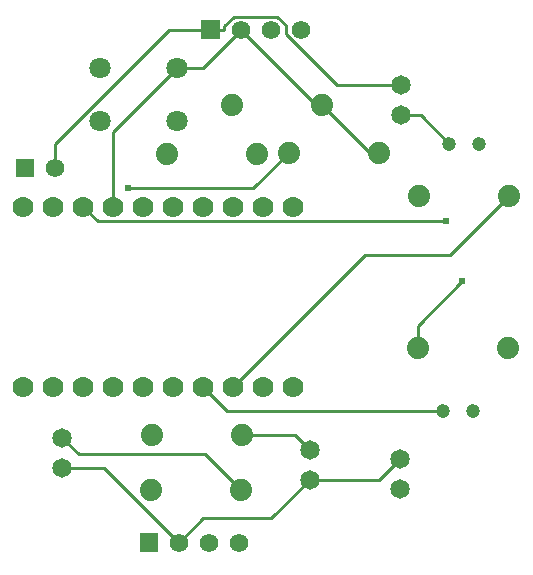
<source format=gbl>
G04 Layer: BottomLayer*
G04 EasyEDA v6.4.25, 2021-11-28T11:33:34--5:00*
G04 3e069f70b0c04cf4b9dc543adf14206e,103c4985fa89468a83afb685d03d8d7e,10*
G04 Gerber Generator version 0.2*
G04 Scale: 100 percent, Rotated: No, Reflected: No *
G04 Dimensions in millimeters *
G04 leading zeros omitted , absolute positions ,4 integer and 5 decimal *
%FSLAX45Y45*%
%MOMM*%

%ADD10C,0.2540*%
%ADD13C,0.6100*%
%ADD14C,1.7780*%
%ADD15R,1.5748X1.5748*%
%ADD16C,1.5748*%
%ADD17C,1.1938*%
%ADD18C,1.6510*%
%ADD19C,1.8796*%
%ADD20C,1.8000*%

%LPD*%
D10*
X3721105Y4787902D02*
G01*
X3371093Y4787902D01*
X2400305Y3817114D01*
X2400305Y3619502D01*
X3776934Y4787902D02*
G01*
X3721105Y4787902D01*
X3776934Y4787902D02*
G01*
X3832738Y4787902D01*
X3454405Y444502D02*
G01*
X3659535Y649632D01*
X4231035Y649632D01*
X4559305Y977902D01*
X2463805Y1079502D02*
G01*
X2819405Y1079502D01*
X3454405Y444502D01*
X4559305Y977902D02*
G01*
X5143505Y977902D01*
X5321305Y1155702D01*
X5334005Y4318002D02*
G01*
X4787346Y4318002D01*
X4356105Y4749243D01*
X4356105Y4824427D01*
X4280997Y4899535D01*
X3916431Y4899535D01*
X3832738Y4815842D01*
X3832738Y4787902D01*
X2641605Y3289302D02*
G01*
X2764820Y3166087D01*
X5715005Y3166087D01*
X3436625Y4466846D02*
G01*
X2895605Y3925826D01*
X2895605Y3289302D01*
X3975105Y4787902D02*
G01*
X3654049Y4466846D01*
X3436625Y4466846D01*
X4660905Y4152902D02*
G01*
X4610105Y4152902D01*
X3975105Y4787902D01*
X5143505Y3746502D02*
G01*
X5067305Y3746502D01*
X4660905Y4152902D01*
X4381505Y3746502D02*
G01*
X4080794Y3445791D01*
X3022630Y3445791D01*
X5851961Y2656334D02*
G01*
X5473705Y2278077D01*
X5473705Y2095502D01*
X5689605Y1562102D02*
G01*
X3860805Y1562102D01*
X3657605Y1765302D01*
X3911605Y1765302D02*
G01*
X5023490Y2877187D01*
X5747390Y2877187D01*
X6248405Y3378202D01*
X5334005Y4064002D02*
G01*
X5499105Y4064002D01*
X5740405Y3822702D01*
X3975105Y889002D02*
G01*
X3669136Y1194970D01*
X2602336Y1194970D01*
X2463805Y1333502D01*
X3987805Y1358902D02*
G01*
X4432305Y1358902D01*
X4559305Y1231902D01*
D14*
G01*
X2133600Y3289300D03*
G01*
X2387600Y3289300D03*
G01*
X2641600Y3289300D03*
G01*
X2895600Y3289300D03*
G01*
X3149600Y3289300D03*
G01*
X3403600Y3289300D03*
G01*
X3657600Y3289300D03*
G01*
X3911600Y3289300D03*
G01*
X4165600Y3289300D03*
G01*
X4419600Y3289300D03*
G01*
X2133600Y1765300D03*
G01*
X2387600Y1765300D03*
G01*
X2641600Y1765300D03*
G01*
X2895600Y1765300D03*
G01*
X3149600Y1765300D03*
G01*
X3403600Y1765300D03*
G01*
X3657600Y1765300D03*
G01*
X3911600Y1765300D03*
G01*
X4165600Y1765300D03*
G01*
X4419600Y1765300D03*
D15*
G01*
X2146300Y3619500D03*
D16*
G01*
X2400300Y3619500D03*
D17*
G01*
X5689600Y1562100D03*
G01*
X5943600Y1562100D03*
G01*
X5740400Y3822700D03*
G01*
X5994400Y3822700D03*
G36*
X3642359Y4866639D02*
G01*
X3799840Y4866639D01*
X3799840Y4709160D01*
X3642359Y4709160D01*
G37*
D16*
G01*
X3975100Y4787900D03*
G01*
X4229100Y4787900D03*
G01*
X4483100Y4787900D03*
G36*
X3121659Y523239D02*
G01*
X3279140Y523239D01*
X3279140Y365760D01*
X3121659Y365760D01*
G37*
G01*
X3454400Y444500D03*
G01*
X3708400Y444500D03*
G01*
X3962400Y444500D03*
D18*
G01*
X2463800Y1333500D03*
G01*
X2463800Y1079500D03*
G01*
X5321300Y1155700D03*
G01*
X5321300Y901700D03*
G01*
X4559300Y1231900D03*
G01*
X4559300Y977900D03*
G01*
X5334000Y4318000D03*
G01*
X5334000Y4064000D03*
D19*
G01*
X3225800Y1358900D03*
G01*
X3987800Y1358900D03*
G01*
X3213100Y889000D03*
G01*
X3975100Y889000D03*
G01*
X3352800Y3733800D03*
G01*
X4114800Y3733800D03*
G01*
X5473700Y2095500D03*
G01*
X6235700Y2095500D03*
G01*
X5486400Y3378200D03*
G01*
X6248400Y3378200D03*
G01*
X4381500Y3746500D03*
G01*
X5143500Y3746500D03*
G01*
X3898900Y4152900D03*
G01*
X4660900Y4152900D03*
D20*
G01*
X2786379Y4466844D03*
G01*
X2786379Y4016755D03*
G01*
X3436620Y4466844D03*
G01*
X3436620Y4016755D03*
D13*
G01*
X5715000Y3166084D03*
G01*
X3022625Y3445789D03*
G01*
X5851956Y2656331D03*
M02*

</source>
